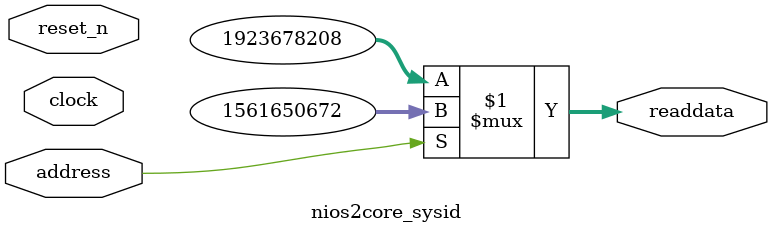
<source format=v>



// synthesis translate_off
`timescale 1ns / 1ps
// synthesis translate_on

// turn off superfluous verilog processor warnings 
// altera message_level Level1 
// altera message_off 10034 10035 10036 10037 10230 10240 10030 

module nios2core_sysid (
               // inputs:
                address,
                clock,
                reset_n,

               // outputs:
                readdata
             )
;

  output  [ 31: 0] readdata;
  input            address;
  input            clock;
  input            reset_n;

  wire    [ 31: 0] readdata;
  //control_slave, which is an e_avalon_slave
  assign readdata = address ? 1561650672 : 1923678208;

endmodule



</source>
